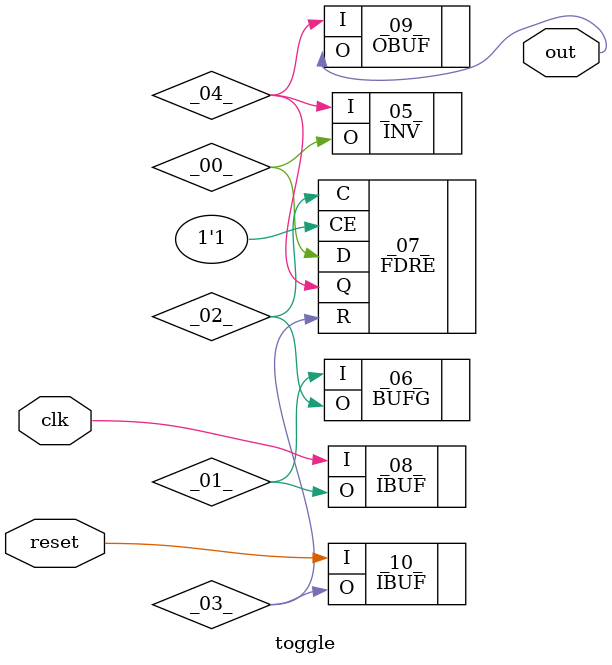
<source format=v>
/* Generated by Yosys 0.17+41 (git sha1 c525b5f91, clang 10.0.0-4ubuntu1 -fPIC -Os) */

(* hdlname = "\\toggle" *)
(* top =  1  *)
(* src = "/home/jacobb00/yosys_plugins/yosys-f4pga-plugins/yosys_help_test/toggle.sv:17.1-27.10" *)
module toggle(clk, reset, out);
  (* src = "/home/jacobb00/yosys_plugins/yosys-f4pga-plugins/yosys_help_test/toggle.sv:26.20-26.24" *)
  wire _00_;
  wire _01_;
  wire _02_;
  wire _03_;
  (* force_downto = 32'd1 *)
  (* src = "/usr/local/bin/../share/yosys/xilinx/lut_map.v:30.21-30.22" *)
  wire _04_;
  (* src = "/home/jacobb00/yosys_plugins/yosys-f4pga-plugins/yosys_help_test/toggle.sv:18.22-18.25" *)
  input clk;
  wire clk;
  (* src = "/home/jacobb00/yosys_plugins/yosys-f4pga-plugins/yosys_help_test/toggle.sv:19.18-19.21" *)
  output out;
  wire out;
  (* src = "/home/jacobb00/yosys_plugins/yosys-f4pga-plugins/yosys_help_test/toggle.sv:18.27-18.32" *)
  input reset;
  wire reset;
  (* module_not_derived = 32'd1 *)
  (* src = "/usr/local/bin/../share/yosys/xilinx/lut_map.v:36.13-36.48" *)
  INV _05_ (
    .I(_04_),
    .O(_00_)
  );
  BUFG _06_ (
    .I(_01_),
    .O(_02_)
  );
  (* \always_ff  = 32'd1 *)
  (* module_not_derived = 32'd1 *)
  (* src = "/home/jacobb00/yosys_plugins/yosys-f4pga-plugins/yosys_help_test/toggle.sv:22.5-26.25|/usr/local/bin/../share/yosys/xilinx/ff_map.v:68.41-68.95" *)
  FDRE #(
    .INIT(1'hx)
  ) _07_ (
    .C(_02_),
    .CE(1'h1),
    .D(_00_),
    .Q(_04_),
    .R(_03_)
  );
  (* keep = 32'd1 *)
  IBUF _08_ (
    .I(clk),
    .O(_01_)
  );
  (* keep = 32'd1 *)
  OBUF _09_ (
    .I(_04_),
    .O(out)
  );
  (* keep = 32'd1 *)
  IBUF _10_ (
    .I(reset),
    .O(_03_)
  );
endmodule

</source>
